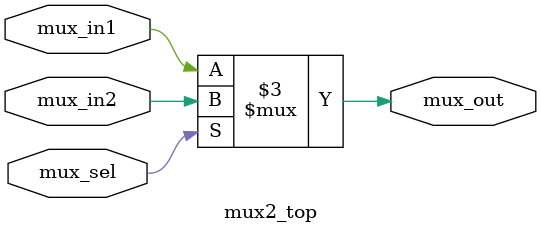
<source format=sv>
`timescale 1ns / 1ps


module mux2_top(
    input  logic mux_in1, mux_in2, mux_sel, // 2 inputs for multiplexer and 1 input for selection pin
    output logic mux_out  // output for multiplexer
    );
    
    always_comb         // combinational logic process
    begin : Mux_block
    if (mux_sel)    // if mux_sel is HIGH (so TRUE)
        mux_out = mux_in2; // output mirrors the input2 pin
  	else            // if mux_sel is not HIGH (Z, X or 0)
        mux_out = mux_in1; // output mirrors the input1 pin
    end : Mux_block
endmodule

</source>
